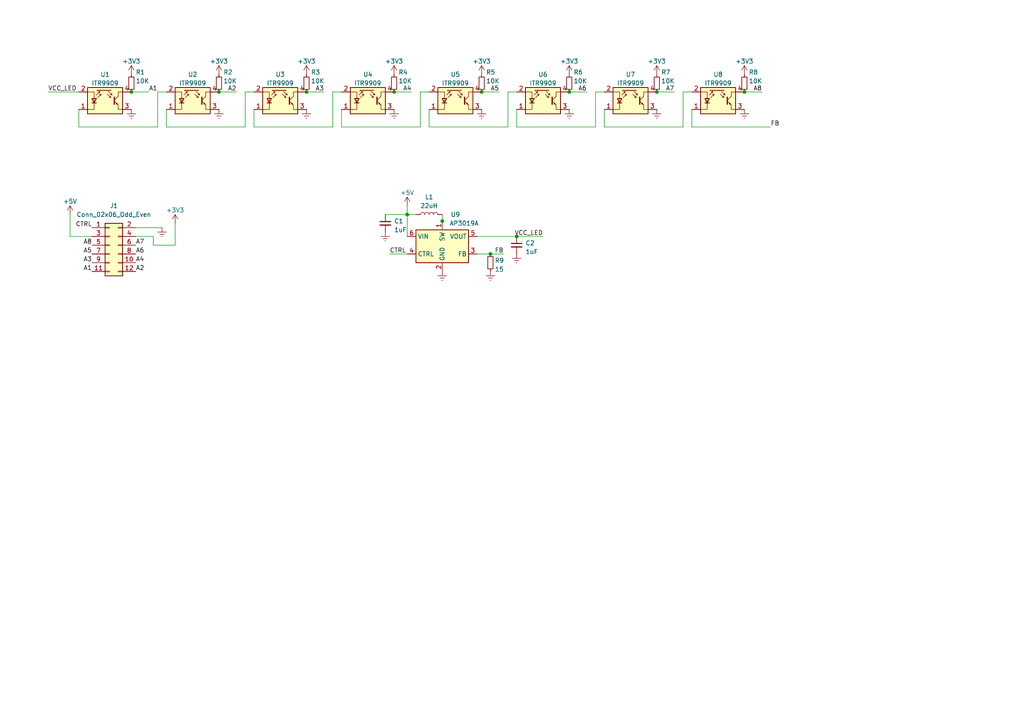
<source format=kicad_sch>
(kicad_sch (version 20210406) (generator eeschema)
  (paper "A4")
  (lib_symbols
    (symbol "Connector_Generic:Conn_02x06_Odd_Even" (pin_names (offset 1.016) hide)
      (property "Reference" "J" (at 1.27 7.62 0))
      (property "Value" "Conn_02x06_Odd_Even" (at 1.27 -10.16 0))
      (symbol "Conn_02x06_Odd_Even_1_1"
        (rectangle (start -1.27 -7.493) (end 0 -7.747) (stroke (width 0.1524)))
        (rectangle (start -1.27 -4.953) (end 0 -5.207) (stroke (width 0.1524)))
        (rectangle (start -1.27 -2.413) (end 0 -2.667) (stroke (width 0.1524)))
        (rectangle (start -1.27 0.127) (end 0 -0.127) (stroke (width 0.1524)))
        (rectangle (start -1.27 2.667) (end 0 2.413) (stroke (width 0.1524)))
        (rectangle (start -1.27 5.207) (end 0 4.953) (stroke (width 0.1524)))
        (rectangle (start 3.81 -7.493) (end 2.54 -7.747) (stroke (width 0.1524)))
        (rectangle (start 3.81 -4.953) (end 2.54 -5.207) (stroke (width 0.1524)))
        (rectangle (start 3.81 -2.413) (end 2.54 -2.667) (stroke (width 0.1524)))
        (rectangle (start 3.81 0.127) (end 2.54 -0.127) (stroke (width 0.1524)))
        (rectangle (start 3.81 2.667) (end 2.54 2.413) (stroke (width 0.1524)))
        (rectangle (start 3.81 5.207) (end 2.54 4.953) (stroke (width 0.1524)))
        (rectangle (start -1.27 6.35) (end 3.81 -8.89) (stroke (width 0.254)) (fill (type background)))
        (pin passive line (at -5.08 5.08 0) (length 3.81) (name "Pin_1") (number "1"))
        (pin passive line (at 7.62 -5.08 180) (length 3.81) (name "Pin_10") (number "10"))
        (pin passive line (at -5.08 -7.62 0) (length 3.81) (name "Pin_11") (number "11"))
        (pin passive line (at 7.62 -7.62 180) (length 3.81) (name "Pin_12") (number "12"))
        (pin passive line (at 7.62 5.08 180) (length 3.81) (name "Pin_2") (number "2"))
        (pin passive line (at -5.08 2.54 0) (length 3.81) (name "Pin_3") (number "3"))
        (pin passive line (at 7.62 2.54 180) (length 3.81) (name "Pin_4") (number "4"))
        (pin passive line (at -5.08 0 0) (length 3.81) (name "Pin_5") (number "5"))
        (pin passive line (at 7.62 0 180) (length 3.81) (name "Pin_6") (number "6"))
        (pin passive line (at -5.08 -2.54 0) (length 3.81) (name "Pin_7") (number "7"))
        (pin passive line (at 7.62 -2.54 180) (length 3.81) (name "Pin_8") (number "8"))
        (pin passive line (at -5.08 -5.08 0) (length 3.81) (name "Pin_9") (number "9"))
      )
    )
    (symbol "Device:C_Small" (pin_numbers hide) (pin_names (offset 0.254) hide)
      (property "Reference" "C" (at 0.254 1.778 0))
      (property "Value" "C_Small" (at 0.254 -2.032 0))
      (symbol "C_Small_0_1"
        (polyline (pts (xy -1.524 -0.508) (xy 1.524 -0.508)) (stroke (width 0.3302)))
        (polyline (pts (xy -1.524 0.508) (xy 1.524 0.508)) (stroke (width 0.3048)))
      )
      (symbol "C_Small_1_1"
        (pin passive line (at 0 2.54 270) (length 2.032) (name "~") (number "1"))
        (pin passive line (at 0 -2.54 90) (length 2.032) (name "~") (number "2"))
      )
    )
    (symbol "Device:L" (pin_numbers hide) (pin_names (offset 1.016) hide)
      (property "Reference" "L" (at -1.27 0 90))
      (property "Value" "L" (at 1.905 0 90))
      (symbol "L_0_1"
        (arc (start 0 -2.54) (end 0 -1.27) (radius (at 0 -1.905) (length 0.635) (angles -89.9 89.9)))
        (arc (start 0 -1.27) (end 0 0) (radius (at 0 -0.635) (length 0.635) (angles -89.9 89.9)))
        (arc (start 0 0) (end 0 1.27) (radius (at 0 0.635) (length 0.635) (angles -89.9 89.9)))
        (arc (start 0 1.27) (end 0 2.54) (radius (at 0 1.905) (length 0.635) (angles -89.9 89.9)))
      )
      (symbol "L_1_1"
        (pin passive line (at 0 3.81 270) (length 1.27) (name "1") (number "1"))
        (pin passive line (at 0 -3.81 90) (length 1.27) (name "2") (number "2"))
      )
    )
    (symbol "Device:R_Small" (pin_numbers hide) (pin_names (offset 0.254) hide)
      (property "Reference" "R" (at 0.762 0.508 0))
      (property "Value" "R_Small" (at 0.762 -1.016 0))
      (symbol "R_Small_0_1"
        (rectangle (start -0.762 1.778) (end 0.762 -1.778) (stroke (width 0.2032)))
      )
      (symbol "R_Small_1_1"
        (pin passive line (at 0 2.54 270) (length 0.762) (name "~") (number "1"))
        (pin passive line (at 0 -2.54 90) (length 0.762) (name "~") (number "2"))
      )
    )
    (symbol "power:+3.3V" (power) (pin_names (offset 0))
      (property "Value" "+3.3V" (at 0 3.556 0))
      (symbol "+3.3V_0_1"
        (polyline (pts (xy -0.762 1.27) (xy 0 2.54)))
        (polyline (pts (xy 0 0) (xy 0 2.54)))
        (polyline (pts (xy 0 2.54) (xy 0.762 1.27)))
      )
      (symbol "+3.3V_1_1"
        (pin power_in line (at 0 0 90) (length 0) hide (name "+3V3") (number "1"))
      )
    )
    (symbol "power:+5V" (power) (pin_names (offset 0))
      (property "Value" "+5V" (at 0 3.556 0))
      (symbol "+5V_0_1"
        (polyline (pts (xy -0.762 1.27) (xy 0 2.54)))
        (polyline (pts (xy 0 0) (xy 0 2.54)))
        (polyline (pts (xy 0 2.54) (xy 0.762 1.27)))
      )
      (symbol "+5V_1_1"
        (pin power_in line (at 0 0 90) (length 0) hide (name "+5V") (number "1"))
      )
    )
    (symbol "power:GNDREF" (power) (pin_names (offset 0))
      (property "Value" "GNDREF" (at 0 -3.81 0))
      (symbol "GNDREF_0_1"
        (polyline (pts (xy -0.635 -1.905) (xy 0.635 -1.905)))
        (polyline (pts (xy -0.127 -2.54) (xy 0.127 -2.54)))
        (polyline (pts (xy 0 -1.27) (xy 0 0)))
        (polyline (pts (xy 1.27 -1.27) (xy -1.27 -1.27)))
      )
      (symbol "GNDREF_1_1"
        (pin power_in line (at 0 0 270) (length 0) hide (name "GNDREF") (number "1"))
      )
    )
    (symbol "shurik-personal:AP3019A"
      (property "Reference" "U" (at -7.62 5.08 0))
      (property "Value" "AP3019A" (at 0 5.715 0))
      (symbol "AP3019A_0_1"
        (rectangle (start -7.62 4.445) (end 7.62 -5.08) (stroke (width 0.254)) (fill (type background)))
      )
      (symbol "AP3019A_1_1"
        (pin passive line (at 0 6.985 270) (length 2.54) (name "SW") (number "1"))
        (pin power_in line (at 0 -7.62 90) (length 2.54) (name "GND") (number "2"))
        (pin input line (at 10.16 -2.54 180) (length 2.54) (name "FB") (number "3"))
        (pin input line (at -10.16 -2.54 0) (length 2.54) (name "CTRL") (number "4"))
        (pin power_out line (at 10.16 2.54 180) (length 2.54) (name "VOUT") (number "5"))
        (pin power_in line (at -10.16 2.54 0) (length 2.54) (name "VIN") (number "6"))
      )
    )
    (symbol "shurik-personal:ITR9909" (pin_names (offset 0.0254) hide)
      (property "Reference" "U" (at -3.81 5.08 0))
      (property "Value" "ITR9909" (at 12.7 5.08 0))
      (symbol "ITR9909_0_1"
        (polyline (pts (xy -3.81 -0.635) (xy -2.54 -0.635)) (stroke (width 0.254)))
        (polyline (pts (xy -2.286 2.921) (xy -2.032 3.175)))
        (polyline (pts (xy -1.778 2.921) (xy -1.524 3.175)))
        (polyline (pts (xy -1.524 2.667) (xy -1.651 2.159)))
        (polyline (pts (xy -1.27 2.921) (xy -1.016 3.175)))
        (polyline (pts (xy -1.143 1.905) (xy -1.27 1.397)))
        (polyline (pts (xy -0.762 2.921) (xy -0.508 3.175)))
        (polyline (pts (xy -0.254 2.921) (xy 0 3.175)))
        (polyline (pts (xy 0.254 2.921) (xy 0.508 3.175)))
        (polyline (pts (xy 0.762 2.921) (xy 1.016 3.175)))
        (polyline (pts (xy 1.27 2.921) (xy 1.524 3.175)))
        (polyline (pts (xy 1.651 0.889) (xy 1.143 1.016)))
        (polyline (pts (xy 1.778 2.921) (xy -2.413 2.921)))
        (polyline (pts (xy 2.032 1.651) (xy 1.524 1.778)))
        (polyline (pts (xy 2.667 -0.127) (xy 3.81 -1.27)))
        (polyline (pts (xy 2.667 0.127) (xy 3.81 1.27)))
        (polyline (pts (xy -2.54 1.651) (xy -1.524 2.667) (xy -2.032 2.54)))
        (polyline (pts (xy -2.159 0.889) (xy -1.143 1.905) (xy -1.651 1.778)))
        (polyline (pts (xy 0.635 1.905) (xy 1.651 0.889) (xy 1.524 1.397)))
        (polyline (pts (xy 1.016 2.667) (xy 2.032 1.651) (xy 1.905 2.159)))
        (polyline (pts (xy 2.667 1.016) (xy 2.667 -1.016) (xy 2.667 -1.016)) (stroke (width 0.3556)))
        (polyline (pts (xy 3.81 -1.27) (xy 3.81 -2.54) (xy 5.08 -2.54)))
        (polyline (pts (xy 3.81 1.27) (xy 3.81 2.54) (xy 5.08 2.54)))
        (polyline (pts (xy -5.08 -2.54) (xy -3.175 -2.54) (xy -3.175 2.54) (xy -5.08 2.54)))
        (polyline (pts (xy -3.175 -0.635) (xy -3.81 0.635) (xy -2.54 0.635) (xy -3.175 -0.635)) (stroke (width 0.254)))
        (polyline (pts (xy 3.683 -1.143) (xy 3.429 -0.635) (xy 3.175 -0.889) (xy 3.683 -1.143)))
        (polyline (pts (xy -5.08 -3.81) (xy 5.08 -3.81) (xy 5.08 3.81) (xy -5.08 3.81) (xy -5.08 -3.81)) (stroke (width 0.254)) (fill (type background)))
      )
      (symbol "ITR9909_1_1"
        (pin passive line (at -7.62 -2.54 0) (length 2.54) (name "K") (number "1"))
        (pin passive line (at -7.62 2.54 0) (length 2.54) (name "A") (number "2"))
        (pin open_emitter line (at 7.62 -2.54 180) (length 2.54) (name "E") (number "3"))
        (pin open_collector line (at 7.62 2.54 180) (length 2.54) (name "C") (number "4"))
      )
    )
  )
  (junction (at 38.1 26.67) (diameter 0.9144))
  (junction (at 63.5 26.67) (diameter 0.9144))
  (junction (at 88.9 26.67) (diameter 0.9144))
  (junction (at 114.3 26.67) (diameter 0.9144))
  (junction (at 118.11 62.23) (diameter 0.9144))
  (junction (at 128.27 64.135) (diameter 0.9144))
  (junction (at 139.7 26.67) (diameter 0.9144))
  (junction (at 142.24 73.66) (diameter 0.9144))
  (junction (at 149.86 68.58) (diameter 0.9144))
  (junction (at 165.1 26.67) (diameter 0.9144))
  (junction (at 190.5 26.67) (diameter 0.9144))
  (junction (at 215.9 26.67) (diameter 0.9144))
  (wire (pts (xy 13.97 26.67) (xy 22.86 26.67)))
  (wire (pts (xy 20.32 62.23) (xy 20.32 68.58)))
  (wire (pts (xy 22.86 31.75) (xy 22.86 36.83)))
  (wire (pts (xy 22.86 36.83) (xy 45.72 36.83)))
  (wire (pts (xy 26.67 68.58) (xy 20.32 68.58)))
  (wire (pts (xy 38.1 26.67) (xy 43.18 26.67)))
  (wire (pts (xy 39.37 66.04) (xy 46.99 66.04)))
  (wire (pts (xy 39.37 68.58) (xy 44.45 68.58)))
  (wire (pts (xy 44.45 68.58) (xy 44.45 71.12)))
  (wire (pts (xy 44.45 71.12) (xy 50.8 71.12)))
  (wire (pts (xy 45.72 26.67) (xy 48.26 26.67)))
  (wire (pts (xy 45.72 36.83) (xy 45.72 26.67)))
  (wire (pts (xy 48.26 31.75) (xy 48.26 36.83)))
  (wire (pts (xy 48.26 36.83) (xy 71.12 36.83)))
  (wire (pts (xy 50.8 71.12) (xy 50.8 64.77)))
  (wire (pts (xy 63.5 26.67) (xy 68.58 26.67)))
  (wire (pts (xy 71.12 26.67) (xy 71.12 36.83)))
  (wire (pts (xy 73.66 26.67) (xy 71.12 26.67)))
  (wire (pts (xy 73.66 31.75) (xy 73.66 36.83)))
  (wire (pts (xy 73.66 36.83) (xy 96.52 36.83)))
  (wire (pts (xy 88.9 26.67) (xy 93.98 26.67)))
  (wire (pts (xy 96.52 26.67) (xy 96.52 36.83)))
  (wire (pts (xy 99.06 26.67) (xy 96.52 26.67)))
  (wire (pts (xy 99.06 31.75) (xy 99.06 36.83)))
  (wire (pts (xy 99.06 36.83) (xy 121.92 36.83)))
  (wire (pts (xy 111.76 62.23) (xy 118.11 62.23)))
  (wire (pts (xy 113.03 73.66) (xy 118.11 73.66)))
  (wire (pts (xy 114.3 26.67) (xy 119.38 26.67)))
  (wire (pts (xy 118.11 59.69) (xy 118.11 62.23)))
  (wire (pts (xy 118.11 62.23) (xy 120.65 62.23)))
  (wire (pts (xy 118.11 68.58) (xy 118.11 62.23)))
  (wire (pts (xy 121.92 26.67) (xy 121.92 36.83)))
  (wire (pts (xy 124.46 26.67) (xy 121.92 26.67)))
  (wire (pts (xy 124.46 31.75) (xy 124.46 36.83)))
  (wire (pts (xy 124.46 36.83) (xy 147.32 36.83)))
  (wire (pts (xy 128.27 62.23) (xy 128.27 64.135)))
  (wire (pts (xy 128.27 64.135) (xy 128.27 64.77)))
  (wire (pts (xy 138.43 68.58) (xy 149.86 68.58)))
  (wire (pts (xy 138.43 73.66) (xy 142.24 73.66)))
  (wire (pts (xy 139.7 26.67) (xy 144.78 26.67)))
  (wire (pts (xy 142.24 73.66) (xy 146.05 73.66)))
  (wire (pts (xy 147.32 26.67) (xy 147.32 36.83)))
  (wire (pts (xy 149.86 26.67) (xy 147.32 26.67)))
  (wire (pts (xy 149.86 31.75) (xy 149.86 36.83)))
  (wire (pts (xy 149.86 36.83) (xy 172.72 36.83)))
  (wire (pts (xy 149.86 68.58) (xy 157.48 68.58)))
  (wire (pts (xy 165.1 26.67) (xy 170.18 26.67)))
  (wire (pts (xy 172.72 26.67) (xy 172.72 36.83)))
  (wire (pts (xy 175.26 26.67) (xy 172.72 26.67)))
  (wire (pts (xy 175.26 31.75) (xy 175.26 36.83)))
  (wire (pts (xy 175.26 36.83) (xy 198.12 36.83)))
  (wire (pts (xy 190.5 26.67) (xy 195.58 26.67)))
  (wire (pts (xy 198.12 26.67) (xy 198.12 36.83)))
  (wire (pts (xy 200.66 26.67) (xy 198.12 26.67)))
  (wire (pts (xy 200.66 31.75) (xy 200.66 36.83)))
  (wire (pts (xy 200.66 36.83) (xy 223.52 36.83)))
  (wire (pts (xy 215.9 26.67) (xy 220.98 26.67)))
  (label "VCC_LED" (at 13.97 26.67 0))
  (label "CTRL" (at 26.67 66.04 180))
  (label "A8" (at 26.67 71.12 180))
  (label "A5" (at 26.67 73.66 180))
  (label "A3" (at 26.67 76.2 180))
  (label "A1" (at 26.67 78.74 180))
  (label "A7" (at 39.37 71.12 0))
  (label "A6" (at 39.37 73.66 0))
  (label "A4" (at 39.37 76.2 0))
  (label "A2" (at 39.37 78.74 0))
  (label "A1" (at 43.18 26.67 0))
  (label "A2" (at 68.58 26.67 180))
  (label "A3" (at 93.98 26.67 180))
  (label "CTRL" (at 113.03 73.66 0))
  (label "A4" (at 119.38 26.67 180))
  (label "A5" (at 144.78 26.67 180))
  (label "FB" (at 146.05 73.66 180))
  (label "VCC_LED" (at 157.48 68.58 180))
  (label "A6" (at 170.18 26.67 180))
  (label "A7" (at 195.58 26.67 180))
  (label "A8" (at 220.98 26.67 180))
  (label "FB" (at 223.52 36.83 0))
  (symbol (lib_id "power:+5V") (at 20.32 62.23 0) (unit 1)
    (property "Reference" "#PWR0105" (effects hide))
    (property "Value" "+5V" (at 20.32 58.42 0))
  )
  (symbol (lib_id "power:+3.3V") (at 38.1 21.59 0) (unit 1)
    (property "Reference" "#PWR06" (effects hide))
    (property "Value" "+3.3V" (at 38.1 17.78 0))
  )
  (symbol (lib_id "power:+3.3V") (at 50.8 64.77 0) (unit 1)
    (property "Reference" "#PWR0104" (effects hide))
    (property "Value" "+3.3V" (at 50.8 60.96 0))
  )
  (symbol (lib_id "power:+3.3V") (at 63.5 21.59 0) (unit 1)
    (property "Reference" "#PWR01" (effects hide))
    (property "Value" "+3.3V" (at 63.5 17.78 0))
  )
  (symbol (lib_id "power:+3.3V") (at 88.9 21.59 0) (unit 1)
    (property "Reference" "#PWR03" (effects hide))
    (property "Value" "+3.3V" (at 88.9 17.78 0))
  )
  (symbol (lib_id "power:+3.3V") (at 114.3 21.59 0) (unit 1)
    (property "Reference" "#PWR04" (effects hide))
    (property "Value" "+3.3V" (at 114.3 17.78 0))
  )
  (symbol (lib_id "power:+5V") (at 118.11 59.69 0) (unit 1)
    (property "Reference" "#PWR0109" (effects hide))
    (property "Value" "+5V" (at 118.11 55.88 0))
  )
  (symbol (lib_id "power:+3.3V") (at 139.7 21.59 0) (unit 1)
    (property "Reference" "#PWR05" (effects hide))
    (property "Value" "+3.3V" (at 139.7 17.78 0))
  )
  (symbol (lib_id "power:+3.3V") (at 165.1 21.59 0) (unit 1)
    (property "Reference" "#PWR07" (effects hide))
    (property "Value" "+3.3V" (at 165.1 17.78 0))
  )
  (symbol (lib_id "power:+3.3V") (at 190.5 21.59 0) (unit 1)
    (property "Reference" "#PWR08" (effects hide))
    (property "Value" "+3.3V" (at 190.5 17.78 0))
  )
  (symbol (lib_id "power:+3.3V") (at 215.9 21.59 0) (unit 1)
    (property "Reference" "#PWR09" (effects hide))
    (property "Value" "+3.3V" (at 215.9 17.78 0))
  )
  (symbol (lib_id "power:GNDREF") (at 38.1 31.75 0) (unit 1)
    (property "Reference" "#PWR014" (effects hide))
    (property "Value" "GNDREF" (effects hide))
  )
  (symbol (lib_id "power:GNDREF") (at 46.99 66.04 0) (unit 1)
    (property "Reference" "#PWR0103" (effects hide))
    (property "Value" "GNDREF" (effects hide))
  )
  (symbol (lib_id "power:GNDREF") (at 63.5 31.75 0) (unit 1)
    (property "Reference" "#PWR02" (effects hide))
    (property "Value" "GNDREF" (effects hide))
  )
  (symbol (lib_id "power:GNDREF") (at 88.9 31.75 0) (unit 1)
    (property "Reference" "#PWR010" (effects hide))
    (property "Value" "GNDREF" (effects hide))
  )
  (symbol (lib_id "power:GNDREF") (at 111.76 67.31 0) (unit 1)
    (property "Reference" "#PWR0108" (effects hide))
    (property "Value" "GNDREF" (effects hide))
  )
  (symbol (lib_id "power:GNDREF") (at 114.3 31.75 0) (unit 1)
    (property "Reference" "#PWR011" (effects hide))
    (property "Value" "GNDREF" (effects hide))
  )
  (symbol (lib_id "power:GNDREF") (at 128.27 78.74 0) (unit 1)
    (property "Reference" "#PWR0107" (effects hide))
    (property "Value" "GNDREF" (effects hide))
  )
  (symbol (lib_id "power:GNDREF") (at 139.7 31.75 0) (unit 1)
    (property "Reference" "#PWR012" (effects hide))
    (property "Value" "GNDREF" (effects hide))
  )
  (symbol (lib_id "power:GNDREF") (at 142.24 78.74 0) (unit 1)
    (property "Reference" "#PWR0106" (effects hide))
    (property "Value" "GNDREF" (effects hide))
  )
  (symbol (lib_id "power:GNDREF") (at 149.86 73.66 0) (unit 1)
    (property "Reference" "#PWR0110" (effects hide))
    (property "Value" "GNDREF" (effects hide))
  )
  (symbol (lib_id "power:GNDREF") (at 165.1 31.75 0) (unit 1)
    (property "Reference" "#PWR013" (effects hide))
    (property "Value" "GNDREF" (effects hide))
  )
  (symbol (lib_id "power:GNDREF") (at 190.5 31.75 0) (unit 1)
    (property "Reference" "#PWR015" (effects hide))
    (property "Value" "GNDREF" (effects hide))
  )
  (symbol (lib_id "power:GNDREF") (at 215.9 31.75 0) (unit 1)
    (property "Reference" "#PWR016" (effects hide))
    (property "Value" "GNDREF" (effects hide))
  )
  (symbol (lib_id "Device:L") (at 124.46 62.23 90) (unit 1)
    (property "Reference" "L1" (at 124.46 57.15 90))
    (property "Value" "22uH" (at 124.46 59.69 90))
    (property "Footprint" "Inductor_SMD:L_Taiyo-Yuden_NR-60xx" (effects hide))
  )
  (symbol (lib_id "Device:R_Small") (at 38.1 24.13 0) (unit 1)
    (property "Reference" "R1" (at 39.37 20.9549 0) (effects (justify left)))
    (property "Value" "10K" (at 39.37 23.4949 0) (effects (justify left)))
    (property "Footprint" "Resistor_SMD:R_0603_1608Metric" (effects hide))
  )
  (symbol (lib_id "Device:R_Small") (at 63.5 24.13 0) (unit 1)
    (property "Reference" "R2" (at 64.77 20.9549 0) (effects (justify left)))
    (property "Value" "10K" (at 64.77 23.4949 0) (effects (justify left)))
    (property "Footprint" "Resistor_SMD:R_0603_1608Metric" (effects hide))
  )
  (symbol (lib_id "Device:R_Small") (at 88.9 24.13 0) (unit 1)
    (property "Reference" "R3" (at 90.17 20.9549 0) (effects (justify left)))
    (property "Value" "10K" (at 90.17 23.4949 0) (effects (justify left)))
    (property "Footprint" "Resistor_SMD:R_0603_1608Metric" (effects hide))
  )
  (symbol (lib_id "Device:R_Small") (at 114.3 24.13 0) (unit 1)
    (property "Reference" "R4" (at 115.57 20.9549 0) (effects (justify left)))
    (property "Value" "10K" (at 115.57 23.4949 0) (effects (justify left)))
    (property "Footprint" "Resistor_SMD:R_0603_1608Metric" (effects hide))
  )
  (symbol (lib_id "Device:R_Small") (at 139.7 24.13 0) (unit 1)
    (property "Reference" "R5" (at 140.97 20.9549 0) (effects (justify left)))
    (property "Value" "10K" (at 140.97 23.4949 0) (effects (justify left)))
    (property "Footprint" "Resistor_SMD:R_0603_1608Metric" (effects hide))
  )
  (symbol (lib_id "Device:R_Small") (at 142.24 76.2 0) (unit 1)
    (property "Reference" "R9" (at 143.51 75.5649 0) (effects (justify left)))
    (property "Value" "15" (at 143.51 78.1049 0) (effects (justify left)))
    (property "Footprint" "Resistor_SMD:R_0603_1608Metric" (effects hide))
  )
  (symbol (lib_id "Device:R_Small") (at 165.1 24.13 0) (unit 1)
    (property "Reference" "R6" (at 166.37 20.9549 0) (effects (justify left)))
    (property "Value" "10K" (at 166.37 23.4949 0) (effects (justify left)))
    (property "Footprint" "Resistor_SMD:R_0603_1608Metric" (effects hide))
  )
  (symbol (lib_id "Device:R_Small") (at 190.5 24.13 0) (unit 1)
    (property "Reference" "R7" (at 191.77 20.9549 0) (effects (justify left)))
    (property "Value" "10K" (at 191.77 23.4949 0) (effects (justify left)))
    (property "Footprint" "Resistor_SMD:R_0603_1608Metric" (effects hide))
  )
  (symbol (lib_id "Device:R_Small") (at 215.9 24.13 0) (unit 1)
    (property "Reference" "R8" (at 217.17 20.9549 0) (effects (justify left)))
    (property "Value" "10K" (at 217.17 23.4949 0) (effects (justify left)))
    (property "Footprint" "Resistor_SMD:R_0603_1608Metric" (effects hide))
  )
  (symbol (lib_id "Device:C_Small") (at 111.76 64.77 0) (unit 1)
    (property "Reference" "C1" (at 114.3 64.1349 0) (effects (justify left)))
    (property "Value" "1uF" (at 114.3 66.6749 0) (effects (justify left)))
    (property "Footprint" "Capacitor_SMD:C_0603_1608Metric" (effects hide))
  )
  (symbol (lib_id "Device:C_Small") (at 149.86 71.12 0) (unit 1)
    (property "Reference" "C2" (at 152.4 70.4849 0) (effects (justify left)))
    (property "Value" "1uF" (at 152.4 73.0249 0) (effects (justify left)))
    (property "Footprint" "Capacitor_SMD:C_0603_1608Metric" (effects hide))
  )
  (symbol (lib_id "shurik-personal:ITR9909") (at 30.48 29.21 0) (unit 1)
    (property "Reference" "U1" (at 30.48 21.59 0))
    (property "Value" "ITR9909" (at 30.48 24.13 0))
    (property "Footprint" "shurik-personal:Everlight_ITR9909" (effects hide))
    (property "Datasheet" "https://everlighteurope.com/index.php?controller=attachment&id_attachment=5381" (effects hide))
  )
  (symbol (lib_id "shurik-personal:ITR9909") (at 55.88 29.21 0) (unit 1)
    (property "Reference" "U2" (at 55.88 21.59 0))
    (property "Value" "ITR9909" (at 55.88 24.13 0))
    (property "Footprint" "shurik-personal:Everlight_ITR9909" (effects hide))
    (property "Datasheet" "https://everlighteurope.com/index.php?controller=attachment&id_attachment=5381" (effects hide))
  )
  (symbol (lib_id "shurik-personal:ITR9909") (at 81.28 29.21 0) (unit 1)
    (property "Reference" "U3" (at 81.28 21.59 0))
    (property "Value" "ITR9909" (at 81.28 24.13 0))
    (property "Footprint" "shurik-personal:Everlight_ITR9909" (effects hide))
    (property "Datasheet" "https://everlighteurope.com/index.php?controller=attachment&id_attachment=5381" (effects hide))
  )
  (symbol (lib_id "shurik-personal:ITR9909") (at 106.68 29.21 0) (unit 1)
    (property "Reference" "U4" (at 106.68 21.59 0))
    (property "Value" "ITR9909" (at 106.68 24.13 0))
    (property "Footprint" "shurik-personal:Everlight_ITR9909" (effects hide))
    (property "Datasheet" "https://everlighteurope.com/index.php?controller=attachment&id_attachment=5381" (effects hide))
  )
  (symbol (lib_id "shurik-personal:ITR9909") (at 132.08 29.21 0) (unit 1)
    (property "Reference" "U5" (at 132.08 21.59 0))
    (property "Value" "ITR9909" (at 132.08 24.13 0))
    (property "Footprint" "shurik-personal:Everlight_ITR9909" (effects hide))
    (property "Datasheet" "https://everlighteurope.com/index.php?controller=attachment&id_attachment=5381" (effects hide))
  )
  (symbol (lib_id "shurik-personal:ITR9909") (at 157.48 29.21 0) (unit 1)
    (property "Reference" "U6" (at 157.48 21.59 0))
    (property "Value" "ITR9909" (at 157.48 24.13 0))
    (property "Footprint" "shurik-personal:Everlight_ITR9909" (effects hide))
    (property "Datasheet" "https://everlighteurope.com/index.php?controller=attachment&id_attachment=5381" (effects hide))
  )
  (symbol (lib_id "shurik-personal:ITR9909") (at 182.88 29.21 0) (unit 1)
    (property "Reference" "U7" (at 182.88 21.59 0))
    (property "Value" "ITR9909" (at 182.88 24.13 0))
    (property "Footprint" "shurik-personal:Everlight_ITR9909" (effects hide))
    (property "Datasheet" "https://everlighteurope.com/index.php?controller=attachment&id_attachment=5381" (effects hide))
  )
  (symbol (lib_id "shurik-personal:ITR9909") (at 208.28 29.21 0) (unit 1)
    (property "Reference" "U8" (at 208.28 21.59 0))
    (property "Value" "ITR9909" (at 208.28 24.13 0))
    (property "Footprint" "shurik-personal:Everlight_ITR9909" (effects hide))
    (property "Datasheet" "https://everlighteurope.com/index.php?controller=attachment&id_attachment=5381" (effects hide))
  )
  (symbol (lib_id "Connector_Generic:Conn_02x06_Odd_Even") (at 31.75 71.12 0) (unit 1)
    (property "Reference" "J1" (at 33.02 59.69 0))
    (property "Value" "Conn_02x06_Odd_Even" (at 33.02 62.23 0))
    (property "Footprint" "Connector_PinHeader_2.54mm:PinHeader_2x06_P2.54mm_Vertical" (effects hide))
  )
  (symbol (lib_id "shurik-personal:AP3019A") (at 128.27 71.12 0) (unit 1)
    (property "Reference" "U9" (at 132.08 62.23 0))
    (property "Value" "AP3019A" (at 134.62 64.77 0))
    (property "Footprint" "Package_TO_SOT_SMD:TSOT-23-6" (effects hide))
    (property "Datasheet" "https://www.diodes.com/assets/Datasheets/AP3019A.pdf" (effects hide))
  )
)
</source>
